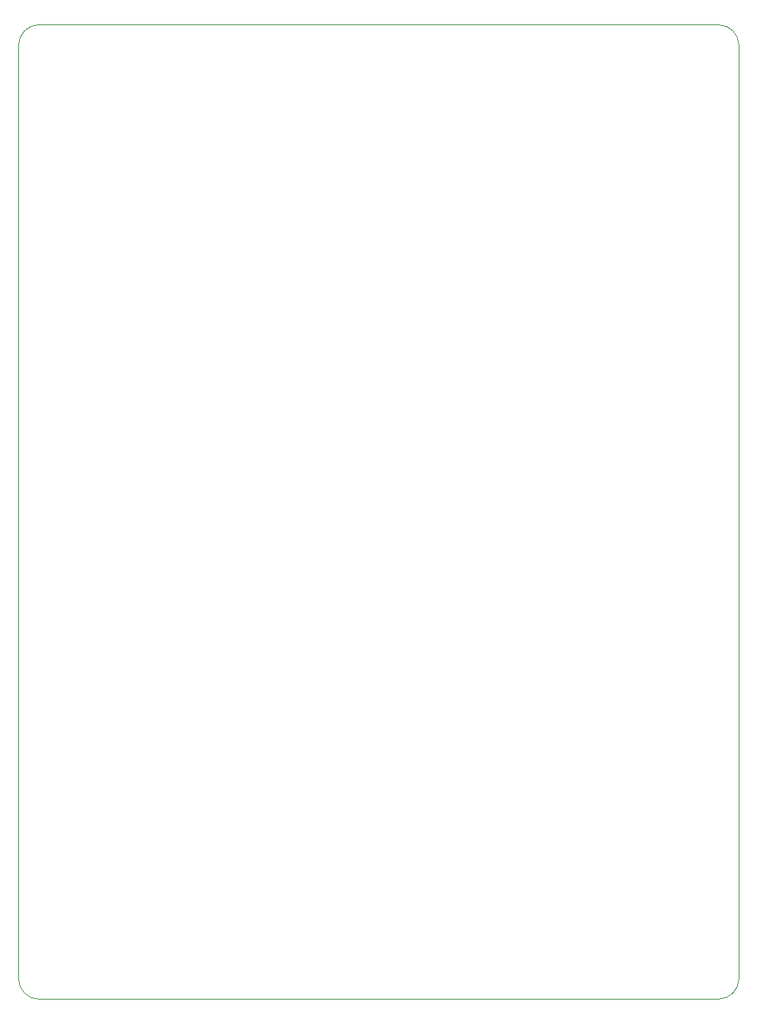
<source format=gm1>
G04 #@! TF.GenerationSoftware,KiCad,Pcbnew,(5.0.0-rc2-dev-444-g2974a2c10)*
G04 #@! TF.CreationDate,2019-06-05T22:24:43-07:00*
G04 #@! TF.ProjectId,2019-04-06_Range_Slicer_PCB,323031392D30342D30365F52616E6765,v02*
G04 #@! TF.SameCoordinates,Original*
G04 #@! TF.FileFunction,Profile,NP*
%FSLAX46Y46*%
G04 Gerber Fmt 4.6, Leading zero omitted, Abs format (unit mm)*
G04 Created by KiCad (PCBNEW (5.0.0-rc2-dev-444-g2974a2c10)) date 06/05/19 22:24:43*
%MOMM*%
%LPD*%
G01*
G04 APERTURE LIST*
%ADD10C,0.100000*%
G04 APERTURE END LIST*
D10*
X175518000Y-146068000D02*
G75*
G02X173232000Y-148354000I-2286000J0D01*
G01*
X97794000Y-148354000D02*
G75*
G02X95508000Y-146068000I0J2286000D01*
G01*
X95508000Y-42436000D02*
G75*
G02X97794000Y-40150000I2286000J0D01*
G01*
X173232000Y-40150000D02*
G75*
G02X175518000Y-42436000I0J-2286000D01*
G01*
X97794000Y-40150000D02*
X173232000Y-40150000D01*
X95508000Y-146068000D02*
X95508000Y-42436000D01*
X175518000Y-146068000D02*
X175518000Y-42436000D01*
X97794000Y-148354000D02*
X173232000Y-148354000D01*
M02*

</source>
